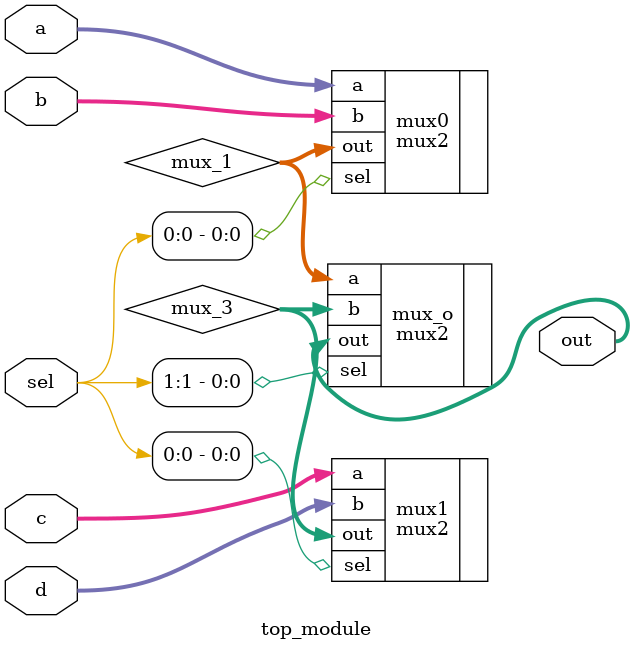
<source format=v>
    module top_module (
    input [1:0] sel,
    input [7:0] a,
    input [7:0] b,
    input [7:0] c,
    input [7:0] d,
    output [7:0] out  ); //

        wire[7:0]  mux_1, mux_3;
        mux2 mux0( .sel(sel[0]),  .a(a),    .b(b), .out(mux_1) );
        mux2 mux1 ( .sel(sel[0]),    .a(c),    .b(d), .out(mux_3) );
        mux2 mux_o ( .sel(sel[1]), .a(mux_1), .b(mux_3),  .out(out) );

endmodule



</source>
